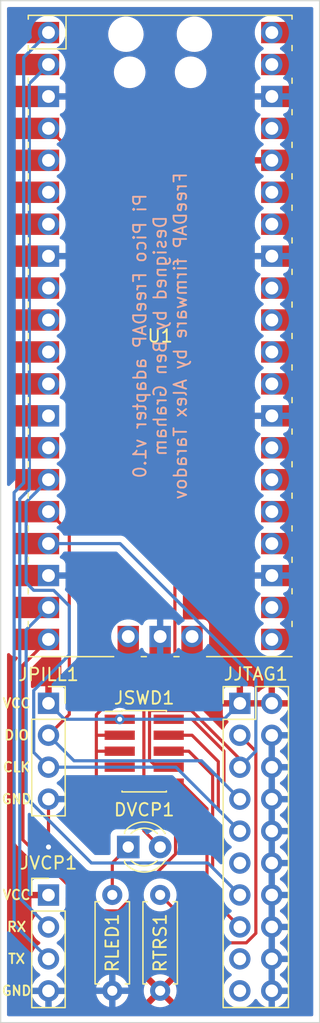
<source format=kicad_pcb>
(kicad_pcb (version 20211014) (generator pcbnew)
  (layers (0 "F.Cu" signal) (31 "B.Cu" signal) (34 "B.Paste" user) (35 "F.Paste" user) (36 "B.SilkS" user "B.Silkscreen") (37 "F.SilkS" user "F.Silkscreen") (38 "B.Mask" user) (39 "F.Mask" user) (44 "Edge.Cuts" user))
  (net 0 "")
  (net 27 "Net-(DVCP1-Pad1)")
  (net 28 "/VSTAT")
  (net 29 "+3V3")
  (net 30 "Net-(JJTAG1-Pad3)")
  (net 31 "GND")
  (net 32 "/TDI")
  (net 33 "/SWDIO{slash}TMS")
  (net 34 "/SWCLK{slash}TCLK")
  (net 36 "/TDO")
  (net 37 "/nRST")
  (net 41 "/VTX")
  (net 42 "/VRX")
  (footprint "Connector_PinSocket_2.54mm:PinSocket_1x04_P2.54mm_Vertical" (layer "F.Cu") (at 46.99 90.17)
    (fp_text reference "JPILL1" (at 0 -2.286) (layer "F.SilkS"))
    (fp_text value "Conn_01x04" hide)
    (fp_line (start 0 -1.33) (end 1.33 -1.33) (layer "F.SilkS") (width 0.12))
    (fp_line (start -1.33 1.27) (end -1.33 8.95) (layer "F.SilkS") (width 0.12))
    (fp_line (start 1.33 -1.33) (end 1.33 0) (layer "F.SilkS") (width 0.12))
    (fp_line (start 1.33 1.27) (end 1.33 8.95) (layer "F.SilkS") (width 0.12))
    (fp_line (start -1.33 8.95) (end 1.33 8.95) (layer "F.SilkS") (width 0.12))
    (fp_line (start -1.33 1.27) (end 1.33 1.27) (layer "F.SilkS") (width 0.12))
    (pad "1" thru_hole rect (at 0 0) (size 1.7 1.7) (drill 1) (layers *.Cu *.Mask) (net 29 "+3V3"))
    (pad "2" thru_hole oval (at 0 2.54) (size 1.7 1.7) (drill 1) (layers *.Cu *.Mask) (net 33 "/SWDIO{slash}TMS"))
    (pad "3" thru_hole oval (at 0 5.08) (size 1.7 1.7) (drill 1) (layers *.Cu *.Mask) (net 34 "/SWCLK{slash}TCLK"))
    (pad "4" thru_hole oval (at 0 7.62) (size 1.7 1.7) (drill 1) (layers *.Cu *.Mask) (net 31 "GND"))
  )
  (footprint "Connector_PinHeader_1.27mm:PinHeader_2x05_P1.27mm_Vertical_SMD" (layer "F.Cu") (at 54.61 93.98)
    (fp_text reference "JSWD1" (at 0 -4.235) (layer "F.SilkS"))
    (fp_text value "Conn_02x05_Odd_Even")
    (fp_line (start 1.765 3.17) (end 1.765 3.235) (layer "F.SilkS") (width 0.12))
    (fp_line (start 1.765 -3.235) (end 1.765 -3.17) (layer "F.SilkS") (width 0.12))
    (fp_line (start -3.09 -3.17) (end -1.765 -3.17) (layer "F.SilkS") (width 0.12))
    (fp_line (start -1.765 3.235) (end 1.765 3.235) (layer "F.SilkS") (width 0.12))
    (fp_line (start -1.765 -3.235) (end 1.765 -3.235) (layer "F.SilkS") (width 0.12))
    (fp_line (start -1.765 3.17) (end -1.765 3.235) (layer "F.SilkS") (width 0.12))
    (fp_line (start -1.765 -3.235) (end -1.765 -3.17) (layer "F.SilkS") (width 0.12))
    (pad "1" smd rect (at -1.95 -2.54) (size 2.4 0.74) (layers "F.Cu" "F.Paste" "F.Mask") (net 29 "+3V3"))
    (pad "2" smd rect (at 1.95 -2.54) (size 2.4 0.74) (layers "F.Cu" "F.Paste" "F.Mask") (net 33 "/SWDIO{slash}TMS"))
    (pad "3" smd rect (at -1.95 -1.27) (size 2.4 0.74) (layers "F.Cu" "F.Paste" "F.Mask") (net 31 "GND"))
    (pad "4" smd rect (at 1.95 -1.27) (size 2.4 0.74) (layers "F.Cu" "F.Paste" "F.Mask") (net 34 "/SWCLK{slash}TCLK"))
    (pad "5" smd rect (at -1.95 0) (size 2.4 0.74) (layers "F.Cu" "F.Paste" "F.Mask") (net 31 "GND"))
    (pad "6" smd rect (at 1.95 0) (size 2.4 0.74) (layers "F.Cu" "F.Paste" "F.Mask") (net 36 "/TDO"))
    (pad "7" smd rect (at -1.95 1.27) (size 2.4 0.74) (layers "F.Cu" "F.Paste" "F.Mask"))
    (pad "8" smd rect (at 1.95 1.27) (size 2.4 0.74) (layers "F.Cu" "F.Paste" "F.Mask") (net 32 "/TDI"))
    (pad "9" smd rect (at -1.95 2.54) (size 2.4 0.74) (layers "F.Cu" "F.Paste" "F.Mask") (net 31 "GND"))
    (pad "10" smd rect (at 1.95 2.54) (size 2.4 0.74) (layers "F.Cu" "F.Paste" "F.Mask") (net 37 "/nRST"))
  )
  (footprint "Connector_PinHeader_2.54mm:PinHeader_1x04_P2.54mm_Vertical" (layer "F.Cu") (at 46.99 105.42)
    (fp_text reference "JVCP1" (at 0 -2.55) (layer "F.SilkS"))
    (fp_text value "Conn_01x04" hide)
    (fp_line (start -1.33 -1.33) (end 0 -1.33) (layer "F.SilkS") (width 0.12))
    (fp_line (start 1.33 1.27) (end 1.33 8.95) (layer "F.SilkS") (width 0.12))
    (fp_line (start -1.33 0) (end -1.33 -1.33) (layer "F.SilkS") (width 0.12))
    (fp_line (start -1.33 8.95) (end 1.33 8.95) (layer "F.SilkS") (width 0.12))
    (fp_line (start -1.33 1.27) (end 1.33 1.27) (layer "F.SilkS") (width 0.12))
    (fp_line (start -1.33 1.27) (end -1.33 8.95) (layer "F.SilkS") (width 0.12))
    (pad "1" thru_hole rect (at 0 0) (size 1.7 1.7) (drill 1) (layers *.Cu *.Mask) (net 29 "+3V3"))
    (pad "2" thru_hole oval (at 0 2.54) (size 1.7 1.7) (drill 1) (layers *.Cu *.Mask) (net 42 "/VRX"))
    (pad "3" thru_hole oval (at 0 5.08) (size 1.7 1.7) (drill 1) (layers *.Cu *.Mask) (net 41 "/VTX"))
    (pad "4" thru_hole oval (at 0 7.62) (size 1.7 1.7) (drill 1) (layers *.Cu *.Mask) (net 31 "GND"))
  )
  (footprint "MCU_RaspberryPi_and_Boards:RPi_Pico_SMD_TH" (layer "F.Cu") (at 55.88 60.96)
    (fp_text reference "U1" (at 0 0) (layer "F.SilkS"))
    (fp_text value "Pico")
    (fp_line (start 10.5 -5.3) (end 10.5 -4.9) (layer "F.SilkS") (width 0.12))
    (fp_line (start 10.5 -0.2) (end 10.5 0.2) (layer "F.SilkS") (width 0.12))
    (fp_line (start -7.493 -22.833) (end -7.493 -25.5) (layer "F.SilkS") (width 0.12))
    (fp_line (start 10.5 12.5) (end 10.5 12.9) (layer "F.SilkS") (width 0.12))
    (fp_line (start -10.5 12.5) (end -10.5 12.9) (layer "F.SilkS") (width 0.12))
    (fp_line (start 10.5 15.1) (end 10.5 15.5) (layer "F.SilkS") (width 0.12))
    (fp_line (start -10.5 -5.3) (end -10.5 -4.9) (layer "F.SilkS") (width 0.12))
    (fp_line (start -10.5 -18) (end -10.5 -17.6) (layer "F.SilkS") (width 0.12))
    (fp_line (start 10.5 -7.8) (end 10.5 -7.4) (layer "F.SilkS") (width 0.12))
    (fp_line (start 10.5 -23.1) (end 10.5 -22.7) (layer "F.SilkS") (width 0.12))
    (fp_line (start -10.5 -2.7) (end -10.5 -2.3) (layer "F.SilkS") (width 0.12))
    (fp_line (start 10.5 7.4) (end 10.5 7.8) (layer "F.SilkS") (width 0.12))
    (fp_line (start 10.5 -2.7) (end 10.5 -2.3) (layer "F.SilkS") (width 0.12))
    (fp_line (start -10.5 -15.4) (end -10.5 -15) (layer "F.SilkS") (width 0.12))
    (fp_line (start 10.5 10) (end 10.5 10.4) (layer "F.SilkS") (width 0.12))
    (fp_line (start 10.5 -20.5) (end 10.5 -20.1) (layer "F.SilkS") (width 0.12))
    (fp_line (start 10.5 -18) (end 10.5 -17.6) (layer "F.SilkS") (width 0.12))
    (fp_line (start -10.5 -12.9) (end -10.5 -12.5) (layer "F.SilkS") (width 0.12))
    (fp_line (start -10.5 -0.2) (end -10.5 0.2) (layer "F.SilkS") (width 0.12))
    (fp_line (start 10.5 -15.4) (end 10.5 -15) (layer "F.SilkS") (width 0.12))
    (fp_line (start 10.5 -25.5) (end 10.5 -25.2) (layer "F.SilkS") (width 0.12))
    (fp_line (start 10.5 -10.4) (end 10.5 -10) (layer "F.SilkS") (width 0.12))
    (fp_line (start -10.5 -22.833) (end -7.493 -22.833) (layer "F.SilkS") (width 0.12))
    (fp_line (start -10.5 20.1) (end -10.5 20.5) (layer "F.SilkS") (width 0.12))
    (fp_line (start -10.5 2.3) (end -10.5 2.7) (layer "F.SilkS") (width 0.12))
    (fp_line (start -10.5 -25.5) (end 10.5 -25.5) (layer "F.SilkS") (width 0.12))
    (fp_line (start 10.5 -12.9) (end 10.5 -12.5) (layer "F.SilkS") (width 0.12))
    (fp_line (start -1.5 25.5) (end -1.1 25.5) (layer "F.SilkS") (width 0.12))
    (fp_line (start -10.5 -23.1) (end -10.5 -22.7) (layer "F.SilkS") (width 0.12))
    (fp_line (start 10.5 4.9) (end 10.5 5.3) (layer "F.SilkS") (width 0.12))
    (fp_line (start 10.5 17.6) (end 10.5 18) (layer "F.SilkS") (width 0.12))
    (fp_line (start -10.5 4.9) (end -10.5 5.3) (layer "F.SilkS") (width 0.12))
    (fp_line (start 10.5 20.1) (end 10.5 20.5) (layer "F.SilkS") (width 0.12))
    (fp_line (start -10.5 10) (end -10.5 10.4) (layer "F.SilkS") (width 0.12))
    (fp_line (start 10.5 25.5) (end 3.7 25.5) (layer "F.SilkS") (width 0.12))
    (fp_line (start -10.5 17.6) (end -10.5 18) (layer "F.SilkS") (width 0.12))
    (fp_line (start -10.5 -7.8) (end -10.5 -7.4) (layer "F.SilkS") (width 0.12))
    (fp_line (start -3.7 25.5) (end -10.5 25.5) (layer "F.SilkS") (width 0.12))
    (fp_line (start -10.5 -10.4) (end -10.5 -10) (layer "F.SilkS") (width 0.12))
    (fp_line (start -10.5 15.1) (end -10.5 15.5) (layer "F.SilkS") (width 0.12))
    (fp_line (start 1.1 25.5) (end 1.5 25.5) (layer "F.SilkS") (width 0.12))
    (fp_line (start -10.5 7.4) (end -10.5 7.8) (layer "F.SilkS") (width 0.12))
    (fp_line (start -10.5 -25.5) (end -10.5 -25.2) (layer "F.SilkS") (width 0.12))
    (fp_line (start -10.5 -20.5) (end -10.5 -20.1) (layer "F.SilkS") (width 0.12))
    (fp_line (start 10.5 22.7) (end 10.5 23.1) (layer "F.SilkS") (width 0.12))
    (fp_line (start 10.5 2.3) (end 10.5 2.7) (layer "F.SilkS") (width 0.12))
    (fp_line (start -10.5 22.7) (end -10.5 23.1) (layer "F.SilkS") (width 0.12))
    (pad "" np_thru_hole oval (at -2.425 -20.97) (size 1.5 1.5) (drill 1.5) (layers *.Cu *.Mask))
    (pad "" np_thru_hole oval (at 2.425 -20.97) (size 1.5 1.5) (drill 1.5) (layers *.Cu *.Mask))
    (pad "" np_thru_hole oval (at -2.725 -24) (size 1.8 1.8) (drill 1.8) (layers *.Cu *.Mask))
    (pad "" np_thru_hole oval (at 2.725 -24) (size 1.8 1.8) (drill 1.8) (layers *.Cu *.Mask))
    (pad "1" smd rect (at -8.89 -24.13) (size 3.5 1.7) (drill (offset -0.9 0)) (layers "F.Cu" "F.Mask") (net 41 "/VTX"))
    (pad "1" thru_hole oval (at -8.89 -24.13) (size 1.7 1.7) (drill 1.02) (layers *.Cu *.Mask) (net 41 "/VTX"))
    (pad "2" thru_hole oval (at -8.89 -21.59) (size 1.7 1.7) (drill 1.02) (layers *.Cu *.Mask) (net 42 "/VRX"))
    (pad "2" smd rect (at -8.89 -21.59) (size 3.5 1.7) (drill (offset -0.9 0)) (layers "F.Cu" "F.Mask") (net 42 "/VRX"))
    (pad "3" thru_hole rect (at -8.89 -19.05) (size 1.7 1.7) (drill 1.02) (layers *.Cu *.Mask) (net 31 "GND"))
    (pad "3" smd rect (at -8.89 -19.05) (size 3.5 1.7) (drill (offset -0.9 0)) (layers "F.Cu" "F.Mask") (net 31 "GND"))
    (pad "4" thru_hole oval (at -8.89 -16.51) (size 1.7 1.7) (drill 1.02) (layers *.Cu *.Mask) (net 28 "/VSTAT"))
    (pad "4" smd rect (at -8.89 -16.51) (size 3.5 1.7) (drill (offset -0.9 0)) (layers "F.Cu" "F.Mask") (net 28 "/VSTAT"))
    (pad "5" thru_hole oval (at -8.89 -13.97) (size 1.7 1.7) (drill 1.02) (layers *.Cu *.Mask))
    (pad "5" smd rect (at -8.89 -13.97) (size 3.5 1.7) (drill (offset -0.9 0)) (layers "F.Cu" "F.Mask"))
    (pad "6" smd rect (at -8.89 -11.43) (size 3.5 1.7) (drill (offset -0.9 0)) (layers "F.Cu" "F.Mask"))
    (pad "6" thru_hole oval (at -8.89 -11.43) (size 1.7 1.7) (drill 1.02) (layers *.Cu *.Mask))
    (pad "7" thru_hole oval (at -8.89 -8.89) (size 1.7 1.7) (drill 1.02) (layers *.Cu *.Mask))
    (pad "7" smd rect (at -8.89 -8.89) (size 3.5 1.7) (drill (offset -0.9 0)) (layers "F.Cu" "F.Mask"))
    (pad "8" thru_hole rect (at -8.89 -6.35) (size 1.7 1.7) (drill 1.02) (layers *.Cu *.Mask) (net 31 "GND"))
    (pad "8" smd rect (at -8.89 -6.35) (size 3.5 1.7) (drill (offset -0.9 0)) (layers "F.Cu" "F.Mask") (net 31 "GND"))
    (pad "9" thru_hole oval (at -8.89 -3.81) (size 1.7 1.7) (drill 1.02) (layers *.Cu *.Mask))
    (pad "9" smd rect (at -8.89 -3.81) (size 3.5 1.7) (drill (offset -0.9 0)) (layers "F.Cu" "F.Mask"))
    (pad "10" smd rect (at -8.89 -1.27) (size 3.5 1.7) (drill (offset -0.9 0)) (layers "F.Cu" "F.Mask"))
    (pad "10" thru_hole oval (at -8.89 -1.27) (size 1.7 1.7) (drill 1.02) (layers *.Cu *.Mask))
    (pad "11" thru_hole oval (at -8.89 1.27) (size 1.7 1.7) (drill 1.02) (layers *.Cu *.Mask))
    (pad "11" smd rect (at -8.89 1.27) (size 3.5 1.7) (drill (offset -0.9 0)) (layers "F.Cu" "F.Mask"))
    (pad "12" thru_hole oval (at -8.89 3.81) (size 1.7 1.7) (drill 1.02) (layers *.Cu *.Mask))
    (pad "12" smd rect (at -8.89 3.81) (size 3.5 1.7) (drill (offset -0.9 0)) (layers "F.Cu" "F.Mask"))
    (pad "13" smd rect (at -8.89 6.35) (size 3.5 1.7) (drill (offset -0.9 0)) (layers "F.Cu" "F.Mask"))
    (pad "13" thru_hole rect (at -8.89 6.35) (size 1.7 1.7) (drill 1.02) (layers *.Cu *.Mask))
    (pad "14" thru_hole oval (at -8.89 8.89) (size 1.7 1.7) (drill 1.02) (layers *.Cu *.Mask))
    (pad "14" smd rect (at -8.89 8.89) (size 3.5 1.7) (drill (offset -0.9 0)) (layers "F.Cu" "F.Mask"))
    (pad "15" thru_hole oval (at -8.89 11.43) (size 1.7 1.7) (drill 1.02) (layers *.Cu *.Mask) (net 34 "/SWCLK{slash}TCLK"))
    (pad "15" smd rect (at -8.89 11.43) (size 3.5 1.7) (drill (offset -0.9 0)) (layers "F.Cu" "F.Mask") (net 34 "/SWCLK{slash}TCLK"))
    (pad "16" thru_hole oval (at -8.89 13.97) (size 1.7 1.7) (drill 1.02) (layers *.Cu *.Mask) (net 33 "/SWDIO{slash}TMS"))
    (pad "16" smd rect (at -8.89 13.97) (size 3.5 1.7) (drill (offset -0.9 0)) (layers "F.Cu" "F.Mask") (net 33 "/SWDIO{slash}TMS"))
    (pad "17" thru_hole oval (at -8.89 16.51) (size 1.7 1.7) (drill 1.02) (layers *.Cu *.Mask) (net 32 "/TDI"))
    (pad "17" smd rect (at -8.89 16.51) (size 3.5 1.7) (drill (offset -0.9 0)) (layers "F.Cu" "F.Mask") (net 32 "/TDI"))
    (pad "18" smd rect (at -8.89 19.05) (size 3.5 1.7) (drill (offset -0.9 0)) (layers "F.Cu" "F.Mask") (net 31 "GND"))
    (pad "18" thru_hole rect (at -8.89 19.05) (size 1.7 1.7) (drill 1.02) (layers *.Cu *.Mask) (net 31 "GND"))
    (pad "19" thru_hole oval (at -8.89 21.59) (size 1.7 1.7) (drill 1.02) (layers *.Cu *.Mask) (net 36 "/TDO"))
    (pad "19" smd rect (at -8.89 21.59) (size 3.5 1.7) (drill (offset -0.9 0)) (layers "F.Cu" "F.Mask") (net 36 "/TDO"))
    (pad "20" thru_hole oval (at -8.89 24.13) (size 1.7 1.7) (drill 1.02) (layers *.Cu *.Mask) (net 37 "/nRST"))
    (pad "20" smd rect (at -8.89 24.13) (size 3.5 1.7) (drill (offset -0.9 0)) (layers "F.Cu" "F.Mask") (net 37 "/nRST"))
    (pad "21" thru_hole oval (at 8.89 24.13) (size 1.7 1.7) (drill 1.02) (layers *.Cu *.Mask))
    (pad "21" smd rect (at 8.89 24.13) (size 3.5 1.7) (drill (offset 0.9 0)) (layers "F.Cu" "F.Mask"))
    (pad "22" thru_hole oval (at 8.89 21.59) (size 1.7 1.7) (drill 1.02) (layers *.Cu *.Mask))
    (pad "22" smd rect (at 8.89 21.59) (size 3.5 1.7) (drill (offset 0.9 0)) (layers "F.Cu" "F.Mask"))
    (pad "23" smd rect (at 8.89 19.05) (size 3.5 1.7) (drill (offset 0.9 0)) (layers "F.Cu" "F.Mask") (net 31 "GND"))
    (pad "23" thru_hole rect (at 8.89 19.05) (size 1.7 1.7) (drill 1.02) (layers *.Cu *.Mask) (net 31 "GND"))
    (pad "24" smd rect (at 8.89 16.51) (size 3.5 1.7) (drill (offset 0.9 0)) (layers "F.Cu" "F.Mask"))
    (pad "24" thru_hole oval (at 8.89 16.51) (size 1.7 1.7) (drill 1.02) (layers *.Cu *.Mask))
    (pad "25" smd rect (at 8.89 13.97) (size 3.5 1.7) (drill (offset 0.9 0)) (layers "F.Cu" "F.Mask"))
    (pad "25" thru_hole oval (at 8.89 13.97) (size 1.7 1.7) (drill 1.02) (layers *.Cu *.Mask))
    (pad "26" thru_hole oval (at 8.89 11.43) (size 1.7 1.7) (drill 1.02) (layers *.Cu *.Mask))
    (pad "26" smd rect (at 8.89 11.43) (size 3.5 1.7) (drill (offset 0.9 0)) (layers "F.Cu" "F.Mask"))
    (pad "27" thru_hole oval (at 8.89 8.89) (size 1.7 1.7) (drill 1.02) (layers *.Cu *.Mask))
    (pad "27" smd rect (at 8.89 8.89) (size 3.5 1.7) (drill (offset 0.9 0)) (layers "F.Cu" "F.Mask"))
    (pad "28" smd rect (at 8.89 6.35) (size 3.5 1.7) (drill (offset 0.9 0)) (layers "F.Cu" "F.Mask") (net 31 "GND"))
    (pad "28" thru_hole rect (at 8.89 6.35) (size 1.7 1.7) (drill 1.02) (layers *.Cu *.Mask) (net 31 "GND"))
    (pad "29" thru_hole oval (at 8.89 3.81) (size 1.7 1.7) (drill 1.02) (layers *.Cu *.Mask))
    (pad "29" smd rect (at 8.89 3.81) (size 3.5 1.7) (drill (offset 0.9 0)) (layers "F.Cu" "F.Mask"))
    (pad "30" smd rect (at 8.89 1.27) (size 3.5 1.7) (drill (offset 0.9 0)) (layers "F.Cu" "F.Mask"))
    (pad "30" thru_hole oval (at 8.89 1.27) (size 1.7 1.7) (drill 1.02) (layers *.Cu *.Mask))
    (pad "31" thru_hole oval (at 8.89 -1.27) (size 1.7 1.7) (drill 1.02) (layers *.Cu *.Mask))
    (pad "31" smd rect (at 8.89 -1.27) (size 3.5 1.7) (drill (offset 0.9 0)) (layers "F.Cu" "F.Mask"))
    (pad "32" thru_hole oval (at 8.89 -3.81) (size 1.7 1.7) (drill 1.02) (layers *.Cu *.Mask))
    (pad "32" smd rect (at 8.89 -3.81) (size 3.5 1.7) (drill (offset 0.9 0)) (layers "F.Cu" "F.Mask"))
    (pad "33" thru_hole rect (at 8.89 -6.35) (size 1.7 1.7) (drill 1.02) (layers *.Cu *.Mask) (net 31 "GND"))
    (pad "33" smd rect (at 8.89 -6.35) (size 3.5 1.7) (drill (offset 0.9 0)) (layers "F.Cu" "F.Mask") (net 31 "GND"))
    (pad "34" smd rect (at 8.89 -8.89) (size 3.5 1.7) (drill (offset 0.9 0)) (layers "F.Cu" "F.Mask"))
    (pad "34" thru_hole oval (at 8.89 -8.89) (size 1.7 1.7) (drill 1.02) (layers *.Cu *.Mask))
    (pad "35" smd rect (at 8.89 -11.43) (size 3.5 1.7) (drill (offset 0.9 0)) (layers "F.Cu" "F.Mask"))
    (pad "35" thru_hole oval (at 8.89 -11.43) (size 1.7 1.7) (drill 1.02) (layers *.Cu *.Mask))
    (pad "36" thru_hole oval (at 8.89 -13.97) (size 1.7 1.7) (drill 1.02) (layers *.Cu *.Mask) (net 29 "+3V3"))
    (pad "36" smd rect (at 8.89 -13.97) (size 3.5 1.7) (drill (offset 0.9 0)) (layers "F.Cu" "F.Mask") (net 29 "+3V3"))
    (pad "37" smd rect (at 8.89 -16.51) (size 3.5 1.7) (drill (offset 0.9 0)) (layers "F.Cu" "F.Mask"))
    (pad "37" thru_hole oval (at 8.89 -16.51) (size 1.7 1.7) (drill 1.02) (layers *.Cu *.Mask))
    (pad "38" thru_hole rect (at 8.89 -19.05) (size 1.7 1.7) (drill 1.02) (layers *.Cu *.Mask) (net 31 "GND"))
    (pad "38" smd rect (at 8.89 -19.05) (size 3.5 1.7) (drill (offset 0.9 0)) (layers "F.Cu" "F.Mask") (net 31 "GND"))
    (pad "39" thru_hole oval (at 8.89 -21.59) (size 1.7 1.7) (drill 1.02) (layers *.Cu *.Mask))
    (pad "39" smd rect (at 8.89 -21.59) (size 3.5 1.7) (drill (offset 0.9 0)) (layers "F.Cu" "F.Mask"))
    (pad "40" thru_hole oval (at 8.89 -24.13) (size 1.7 1.7) (drill 1.02) (layers *.Cu *.Mask))
    (pad "40" smd rect (at 8.89 -24.13) (size 3.5 1.7) (drill (offset 0.9 0)) (layers "F.Cu" "F.Mask"))
    (pad "41" thru_hole oval (at -2.54 23.9) (size 1.7 1.7) (drill 1.02) (layers *.Cu *.Mask))
    (pad "41" smd rect (at -2.54 23.9 90) (size 3.5 1.7) (drill (offset -0.9 0)) (layers "F.Cu" "F.Mask"))
    (pad "42" thru_hole rect (at 0 23.9) (size 1.7 1.7) (drill 1.02) (layers *.Cu *.Mask) (net 31 "GND"))
    (pad "42" smd rect (at 0 23.9 90) (size 3.5 1.7) (drill (offset -0.9 0)) (layers "F.Cu" "F.Mask") (net 31 "GND"))
    (pad "43" smd rect (at 2.54 23.9 90) (size 3.5 1.7) (drill (offset -0.9 0)) (layers "F.Cu" "F.Mask"))
    (pad "43" thru_hole oval (at 2.54 23.9) (size 1.7 1.7) (drill 1.02) (layers *.Cu *.Mask))
  )
  (footprint "Connector_PinHeader_2.54mm:PinHeader_2x10_P2.54mm_Vertical" (layer "F.Cu") (at 62.225 90.175)
    (fp_text reference "JJTAG1" (at 1.27 -2.33) (layer "F.SilkS"))
    (fp_text value "Conn_02x10_Odd_Even" hide)
    (fp_line (start 1.27 1.27) (end 1.27 -1.33) (layer "F.SilkS") (width 0.12))
    (fp_line (start 3.87 -1.33) (end 3.87 24.19) (layer "F.SilkS") (width 0.12))
    (fp_line (start -1.33 1.27) (end 1.27 1.27) (layer "F.SilkS") (width 0.12))
    (fp_line (start -1.33 1.27) (end -1.33 24.19) (layer "F.SilkS") (width 0.12))
    (fp_line (start -1.33 -1.33) (end 0 -1.33) (layer "F.SilkS") (width 0.12))
    (fp_line (start 1.27 -1.33) (end 3.87 -1.33) (layer "F.SilkS") (width 0.12))
    (fp_line (start -1.33 0) (end -1.33 -1.33) (layer "F.SilkS") (width 0.12))
    (fp_line (start -1.33 24.19) (end 3.87 24.19) (layer "F.SilkS") (width 0.12))
    (pad "1" thru_hole rect (at 0 0) (size 1.7 1.7) (drill 1) (layers *.Cu *.Mask) (net 29 "+3V3"))
    (pad "2" thru_hole oval (at 2.54 0) (size 1.7 1.7) (drill 1) (layers *.Cu *.Mask) (net 29 "+3V3"))
    (pad "3" thru_hole oval (at 0 2.54) (size 1.7 1.7) (drill 1) (layers *.Cu *.Mask) (net 30 "Net-(JJTAG1-Pad3)"))
    (pad "4" thru_hole oval (at 2.54 2.54) (size 1.7 1.7) (drill 1) (layers *.Cu *.Mask) (net 31 "GND"))
    (pad "5" thru_hole oval (at 0 5.08) (size 1.7 1.7) (drill 1) (layers *.Cu *.Mask) (net 32 "/TDI"))
    (pad "6" thru_hole oval (at 2.54 5.08) (size 1.7 1.7) (drill 1) (layers *.Cu *.Mask) (net 31 "GND"))
    (pad "7" thru_hole oval (at 0 7.62) (size 1.7 1.7) (drill 1) (layers *.Cu *.Mask) (net 33 "/SWDIO{slash}TMS"))
    (pad "8" thru_hole oval (at 2.54 7.62) (size 1.7 1.7) (drill 1) (layers *.Cu *.Mask) (net 31 "GND"))
    (pad "9" thru_hole oval (at 0 10.16) (size 1.7 1.7) (drill 1) (layers *.Cu *.Mask) (net 34 "/SWCLK{slash}TCLK"))
    (pad "10" thru_hole oval (at 2.54 10.16) (size 1.7 1.7) (drill 1) (layers *.Cu *.Mask) (net 31 "GND"))
    (pad "11" thru_hole oval (at 0 12.7) (size 1.7 1.7) (drill 1) (layers *.Cu *.Mask))
    (pad "12" thru_hole oval (at 2.54 12.7) (size 1.7 1.7) (drill 1) (layers *.Cu *.Mask) (net 31 "GND"))
    (pad "13" thru_hole oval (at 0 15.24) (size 1.7 1.7) (drill 1) (layers *.Cu *.Mask) (net 36 "/TDO"))
    (pad "14" thru_hole oval (at 2.54 15.24) (size 1.7 1.7) (drill 1) (layers *.Cu *.Mask) (net 31 "GND"))
    (pad "15" thru_hole oval (at 0 17.78) (size 1.7 1.7) (drill 1) (layers *.Cu *.Mask) (net 37 "/nRST"))
    (pad "16" thru_hole oval (at 2.54 17.78) (size 1.7 1.7) (drill 1) (layers *.Cu *.Mask) (net 31 "GND"))
    (pad "17" thru_hole oval (at 0 20.32) (size 1.7 1.7) (drill 1) (layers *.Cu *.Mask))
    (pad "18" thru_hole oval (at 2.54 20.32) (size 1.7 1.7) (drill 1) (layers *.Cu *.Mask) (net 31 "GND"))
    (pad "19" thru_hole oval (at 0 22.86) (size 1.7 1.7) (drill 1) (layers *.Cu *.Mask))
    (pad "20" thru_hole oval (at 2.54 22.86) (size 1.7 1.7) (drill 1) (layers *.Cu *.Mask) (net 31 "GND"))
  )
  (footprint "Resistor_THT:R_Axial_DIN0207_L6.3mm_D2.5mm_P7.62mm_Horizontal" (layer "F.Cu") (at 52.07 105.41 -90)
    (fp_text reference "RLED1" (at 3.81 0 90) (layer "F.SilkS"))
    (fp_text value "220")
    (fp_line (start 0.54 -1.37) (end 7.08 -1.37) (layer "F.SilkS") (width 0.12))
    (fp_line (start 0.54 -1.04) (end 0.54 -1.37) (layer "F.SilkS") (width 0.12))
    (fp_line (start 7.08 -1.37) (end 7.08 -1.04) (layer "F.SilkS") (width 0.12))
    (fp_line (start 0.54 1.04) (end 0.54 1.37) (layer "F.SilkS") (width 0.12))
    (fp_line (start 7.08 1.37) (end 7.08 1.04) (layer "F.SilkS") (width 0.12))
    (fp_line (start 0.54 1.37) (end 7.08 1.37) (layer "F.SilkS") (width 0.12))
    (pad "1" thru_hole circle (at 0 0 270) (size 1.6 1.6) (drill 0.8) (layers *.Cu *.Mask) (net 27 "Net-(DVCP1-Pad1)"))
    (pad "2" thru_hole oval (at 7.62 0 270) (size 1.6 1.6) (drill 0.8) (layers *.Cu *.Mask) (net 31 "GND"))
  )
  (footprint "LED_THT:LED_D3.0mm" (layer "F.Cu") (at 53.34 101.6)
    (fp_text reference "DVCP1" (at 1.27 -2.96) (layer "F.SilkS"))
    (fp_text value "LED")
    (fp_line (start -0.29 -1.236) (end -0.29 -1.08) (layer "F.SilkS") (width 0.12))
    (fp_line (start -0.29 1.08) (end -0.29 1.236) (layer "F.SilkS") (width 0.12))
    (fp_arc (start 0.229039 -1.08) (mid 1.270117 -1.5) (end 2.31113 -1.079837) (layer "F.SilkS") (width 0.12))
    (fp_arc (start 2.31113 1.079837) (mid 1.270117 1.5) (end 0.229039 1.08) (layer "F.SilkS") (width 0.12))
    (fp_arc (start 2.942335 1.078608) (mid 1.366487 1.987659) (end -0.29 1.235516) (layer "F.SilkS") (width 0.12))
    (fp_arc (start -0.29 -1.235516) (mid 1.366487 -1.987659) (end 2.942335 -1.078608) (layer "F.SilkS") (width 0.12))
    (pad "1" thru_hole rect (at 0 0) (size 1.8 1.8) (drill 0.9) (layers *.Cu *.Mask) (net 27 "Net-(DVCP1-Pad1)"))
    (pad "2" thru_hole circle (at 2.54 0) (size 1.8 1.8) (drill 0.9) (layers *.Cu *.Mask) (net 28 "/VSTAT"))
  )
  (footprint "Resistor_THT:R_Axial_DIN0207_L6.3mm_D2.5mm_P7.62mm_Horizontal" (layer "F.Cu") (at 55.88 113.03 90)
    (fp_text reference "RTRS1" (at 3.81 0 90) (layer "F.SilkS"))
    (fp_text value "10k")
    (fp_line (start 0.54 -1.04) (end 0.54 -1.37) (layer "F.SilkS") (width 0.12))
    (fp_line (start 7.08 -1.37) (end 7.08 -1.04) (layer "F.SilkS") (width 0.12))
    (fp_line (start 0.54 -1.37) (end 7.08 -1.37) (layer "F.SilkS") (width 0.12))
    (fp_line (start 0.54 1.37) (end 7.08 1.37) (layer "F.SilkS") (width 0.12))
    (fp_line (start 7.08 1.37) (end 7.08 1.04) (layer "F.SilkS") (width 0.12))
    (fp_line (start 0.54 1.04) (end 0.54 1.37) (layer "F.SilkS") (width 0.12))
    (pad "1" thru_hole circle (at 0 0 90) (size 1.6 1.6) (drill 0.8) (layers *.Cu *.Mask) (net 29 "+3V3"))
    (pad "2" thru_hole oval (at 7.62 0 90) (size 1.6 1.6) (drill 0.8) (layers *.Cu *.Mask) (net 30 "Net-(JJTAG1-Pad3)"))
  )
  (gr_line (start 43.18 115.57) (end 43.18 34.29) (layer "Edge.Cuts") (width 0.1))
  (gr_line (start 68.58 115.57) (end 43.18 115.57) (layer "Edge.Cuts") (width 0.1))
  (gr_line (start 43.18 34.29) (end 68.58 34.29) (layer "Edge.Cuts") (width 0.1))
  (gr_line (start 68.58 34.29) (end 68.58 115.57) (layer "Edge.Cuts") (width 0.1))
  (gr_text "Pi Pico FreeDAP adapter v1.0\nDesigned by Ben Graham\nFreeDAP firmware by Alex Taradov" (at 55.88 60.96 90) (layer "B.SilkS") (effects (font (size 1 1)) (justify mirror)))
  (gr_text "RX" (at 44.45 107.95) (layer "F.SilkS") (effects (font (size 0.762 0.762) (thickness 0.1524))))
  (gr_text "VCC" (at 44.45 90.17) (layer "F.SilkS") (effects (font (size 0.762 0.762) (thickness 0.1524))))
  (gr_text "VCC" (at 44.45 105.41) (layer "F.SilkS") (effects (font (size 0.762 0.762) (thickness 0.1524))))
  (gr_text "TX" (at 44.45 110.49) (layer "F.SilkS") (effects (font (size 0.762 0.762) (thickness 0.1524))))
  (gr_text "CLK" (at 44.45 95.25) (layer "F.SilkS") (effects (font (size 0.762 0.762) (thickness 0.1524))))
  (gr_text "GND\n" (at 44.45 113.03) (layer "F.SilkS") (effects (font (size 0.762 0.762) (thickness 0.1524))))
  (gr_text "GND\n" (at 44.45 97.79) (layer "F.SilkS") (effects (font (size 0.762 0.762) (thickness 0.1524))))
  (gr_text "DIO" (at 44.45 92.71) (layer "F.SilkS") (effects (font (size 0.762 0.762) (thickness 0.1524))))
  (segment (start 53.34 101.6) (end 52.07 102.87) (width 0.25) (layer "F.Cu") (net 27))
  (segment (start 52.07 102.87) (end 52.07 105.41) (width 0.25) (layer "F.Cu") (net 27))
  (segment (start 55.88 101.6) (end 54.585 100.305) (width 0.25) (layer "F.Cu") (net 28))
  (segment (start 54.585 100.305) (end 54.585 90.558604) (width 0.25) (layer "F.Cu") (net 28))
  (segment (start 54.585 90.558604) (end 57.055 88.088604) (width 0.25) (layer "F.Cu") (net 28))
  (segment (start 57.055 88.088604) (end 57.055 54.515) (width 0.25) (layer "F.Cu") (net 28))
  (segment (start 57.055 54.515) (end 46.99 44.45) (width 0.25) (layer "F.Cu") (net 28))
  (via (at 52.66 91.44) (size 0.8) (drill 0.4) (layers "F.Cu" "B.Cu") (net 29))
  (segment (start 62.225 90.175) (end 60.96 91.44) (width 0.25) (layer "B.Cu") (net 29))
  (segment (start 52.66 91.44) (end 48.26 91.44) (width 0.25) (layer "B.Cu") (net 29))
  (segment (start 48.26 91.44) (end 46.99 90.17) (width 0.25) (layer "B.Cu") (net 29))
  (segment (start 60.96 91.44) (end 52.66 91.44) (width 0.25) (layer "B.Cu") (net 29))
  (segment (start 59.69 109.22) (end 62.738 109.22) (width 0.25) (layer "F.Cu") (net 30))
  (segment (start 55.88 105.41) (end 59.69 109.22) (width 0.25) (layer "F.Cu") (net 30))
  (segment (start 63.5 93.99) (end 63.5 108.458) (width 0.25) (layer "F.Cu") (net 30))
  (segment (start 63.5 108.458) (end 62.738 109.22) (width 0.25) (layer "F.Cu") (net 30))
  (segment (start 63.5 93.99) (end 62.225 92.715) (width 0.25) (layer "F.Cu") (net 30))
  (segment (start 52.66 93.98) (end 50.8 93.98) (width 0.25) (layer "F.Cu") (net 31))
  (segment (start 54.346604 90.160604) (end 51.719396 90.160604) (width 0.25) (layer "F.Cu") (net 31))
  (segment (start 50.8 91.08) (end 50.8 92.71) (width 0.25) (layer "F.Cu") (net 31))
  (segment (start 52.66 96.52) (end 50.8 96.52) (width 0.25) (layer "F.Cu") (net 31))
  (segment (start 55.88 88.627208) (end 54.346604 90.160604) (width 0.25) (layer "F.Cu") (net 31))
  (segment (start 50.8 96.52) (end 49.53 97.79) (width 0.25) (layer "F.Cu") (net 31))
  (segment (start 52.66 92.71) (end 50.8 92.71) (width 0.25) (layer "F.Cu") (net 31))
  (segment (start 55.88 84.86) (end 55.88 88.627208) (width 0.25) (layer "F.Cu") (net 31))
  (segment (start 50.8 93.98) (end 50.8 96.52) (width 0.25) (layer "F.Cu") (net 31))
  (segment (start 51.719396 90.160604) (end 50.8 91.08) (width 0.25) (layer "F.Cu") (net 31))
  (segment (start 50.8 92.71) (end 50.8 93.98) (width 0.25) (layer "F.Cu") (net 31))
  (segment (start 49.53 97.79) (end 46.99 97.79) (width 0.25) (layer "F.Cu") (net 31))
  (segment (start 46.99 101.854) (end 46.99 97.79) (width 0.25) (layer "F.Cu") (net 31))
  (via (at 46.99 101.6) (size 0.8) (drill 0.4) (layers "F.Cu" "B.Cu") (net 31))
  (segment (start 55.035 90.745) (end 58.361396 90.745) (width 0.25) (layer "F.Cu") (net 32))
  (segment (start 62.225 94.608604) (end 62.225 95.255) (width 0.25) (layer "F.Cu") (net 32))
  (segment (start 55.61 95.25) (end 55.035 94.675) (width 0.25) (layer "F.Cu") (net 32))
  (segment (start 55.035 94.675) (end 55.035 90.745) (width 0.25) (layer "F.Cu") (net 32))
  (segment (start 58.361396 90.745) (end 62.225 94.608604) (width 0.25) (layer "F.Cu") (net 32))
  (segment (start 56.56 95.25) (end 55.61 95.25) (width 0.25) (layer "F.Cu") (net 32))
  (segment (start 63.499278 88.277577) (end 52.691701 77.47) (width 0.25) (layer "B.Cu") (net 32))
  (segment (start 62.225 95.255) (end 63.499278 93.980722) (width 0.25) (layer "B.Cu") (net 32))
  (segment (start 52.691701 77.47) (end 46.99 77.47) (width 0.25) (layer "B.Cu") (net 32))
  (segment (start 63.499278 93.980722) (end 63.499278 88.277577) (width 0.25) (layer "B.Cu") (net 32))
  (segment (start 48.644728 76.584728) (end 48.644728 91.055272) (width 0.25) (layer "F.Cu") (net 33))
  (segment (start 60.96 93.98) (end 58.42 91.44) (width 0.25) (layer "F.Cu") (net 33))
  (segment (start 62.225 97.795) (end 60.96 96.53) (width 0.25) (layer "F.Cu") (net 33))
  (segment (start 46.99 74.93) (end 48.644728 76.584728) (width 0.25) (layer "F.Cu") (net 33))
  (segment (start 48.644728 91.055272) (end 46.99 92.71) (width 0.25) (layer "F.Cu") (net 33))
  (segment (start 60.96 96.53) (end 60.96 93.98) (width 0.25) (layer "F.Cu") (net 33))
  (segment (start 58.42 91.44) (end 56.56 91.44) (width 0.25) (layer "F.Cu") (net 33))
  (segment (start 46.99 92.71) (end 49.022 94.742) (width 0.25) (layer "B.Cu") (net 33))
  (segment (start 59.172 94.742) (end 62.225 97.795) (width 0.25) (layer "B.Cu") (net 33))
  (segment (start 49.022 94.742) (end 59.172 94.742) (width 0.25) (layer "B.Cu") (net 33))
  (segment (start 60.51 94.8) (end 60.51 98.62) (width 0.25) (layer "F.Cu") (net 34))
  (segment (start 56.56 92.71) (end 58.42 92.71) (width 0.25) (layer "F.Cu") (net 34))
  (segment (start 60.51 98.62) (end 62.225 100.335) (width 0.25) (layer "F.Cu") (net 34))
  (segment (start 58.42 92.71) (end 60.51 94.8) (width 0.25) (layer "F.Cu") (net 34))
  (segment (start 48.644728 82.426728) (end 47.403 81.185) (width 0.25) (layer "B.Cu") (net 34))
  (segment (start 45.212 74.168) (end 46.99 72.39) (width 0.25) (layer "B.Cu") (net 34))
  (segment (start 45.212 80.582) (end 45.212 74.168) (width 0.25) (layer "B.Cu") (net 34))
  (segment (start 45.815 81.185) (end 45.212 80.582) (width 0.25) (layer "B.Cu") (net 34))
  (segment (start 45.815 89.154) (end 48.644728 86.324272) (width 0.25) (layer "B.Cu") (net 34))
  (segment (start 46.99 95.25) (end 57.14 95.25) (width 0.25) (layer "B.Cu") (net 34))
  (segment (start 48.644728 86.324272) (end 48.644728 82.426728) (width 0.25) (layer "B.Cu") (net 34))
  (segment (start 45.815 94.075) (end 45.815 89.154) (width 0.25) (layer "B.Cu") (net 34))
  (segment (start 47.403 81.185) (end 45.815 81.185) (width 0.25) (layer "B.Cu") (net 34))
  (segment (start 57.14 95.25) (end 62.225 100.335) (width 0.25) (layer "B.Cu") (net 34))
  (segment (start 46.99 95.25) (end 45.815 94.075) (width 0.25) (layer "B.Cu") (net 34))
  (segment (start 58.166 93.98) (end 56.56 93.98) (width 0.25) (layer "F.Cu") (net 36))
  (segment (start 60.06 95.874) (end 58.166 93.98) (width 0.25) (layer "F.Cu") (net 36))
  (segment (start 62.225 105.415) (end 60.06 103.25) (width 0.25) (layer "F.Cu") (net 36))
  (segment (start 60.06 103.25) (end 60.06 95.874) (width 0.25) (layer "F.Cu") (net 36))
  (segment (start 50.408299 102.87) (end 45.212 97.673701) (width 0.25) (layer "B.Cu") (net 36))
  (segment (start 45.212 84.328) (end 46.99 82.55) (width 0.25) (layer "B.Cu") (net 36))
  (segment (start 59.68 102.87) (end 50.408299 102.87) (width 0.25) (layer "B.Cu") (net 36))
  (segment (start 62.225 105.415) (end 59.68 102.87) (width 0.25) (layer "B.Cu") (net 36))
  (segment (start 45.212 97.673701) (end 45.212 84.328) (width 0.25) (layer "B.Cu") (net 36))
  (segment (start 52.578 106.68) (end 50.6 106.68) (width 0.25) (layer "F.Cu") (net 37))
  (segment (start 59.61 98.552) (end 57.578 96.52) (width 0.25) (layer "F.Cu") (net 37))
  (segment (start 62.225 107.955) (end 59.61 105.34) (width 0.25) (layer "F.Cu") (net 37))
  (segment (start 57.578 96.52) (end 56.56 96.52) (width 0.25) (layer "F.Cu") (net 37))
  (segment (start 57.105 102.153) (end 52.578 106.68) (width 0.25) (layer "F.Cu") (net 37))
  (segment (start 50.6 106.68) (end 44.958 101.038) (width 0.25) (layer "F.Cu") (net 37))
  (segment (start 59.61 105.34) (end 59.61 98.552) (width 0.25) (layer "F.Cu") (net 37))
  (segment (start 56.56 96.52) (end 57.105 97.065) (width 0.25) (layer "F.Cu") (net 37))
  (segment (start 57.105 97.065) (end 57.105 102.153) (width 0.25) (layer "F.Cu") (net 37))
  (segment (start 44.958 87.122) (end 46.99 85.09) (width 0.25) (layer "F.Cu") (net 37))
  (segment (start 44.958 101.038) (end 44.958 87.122) (width 0.25) (layer "F.Cu") (net 37))
  (segment (start 44.254 107.764) (end 44.254 73.406) (width 0.25) (layer "B.Cu") (net 41))
  (segment (start 44.254 73.406) (end 45.016 72.644) (width 0.25) (layer "B.Cu") (net 41))
  (segment (start 46.99 110.5) (end 44.254 107.764) (width 0.25) (layer "B.Cu") (net 41))
  (segment (start 45.016 72.644) (end 45.016 38.804) (width 0.25) (layer "B.Cu") (net 41))
  (segment (start 45.016 38.804) (end 46.99 36.83) (width 0.25) (layer "B.Cu") (net 41))
  (segment (start 46.99 39.37) (end 45.466 40.894) (width 0.25) (layer "B.Cu") (net 42))
  (segment (start 44.704 105.674) (end 46.99 107.96) (width 0.25) (layer "B.Cu") (net 42))
  (segment (start 45.466 40.894) (end 45.466 73.152) (width 0.25) (layer "B.Cu") (net 42))
  (segment (start 44.704 73.914) (end 44.704 105.674) (width 0.25) (layer "B.Cu") (net 42))
  (segment (start 45.466 73.152) (end 44.704 73.914) (width 0.25) (layer "B.Cu") (net 42))
  (zone (net 29) (net_name "+3V3") (layer "F.Cu") (connect_pads (clearance 0.508)) (min_thickness 0.254) (fill yes (thermal_gap 0.508) (thermal_bridge_width 0.508))
    (polygon (pts (xy 68.58 115.57) (xy 43.18 115.57) (xy 43.18 34.29) (xy 68.58 34.29)))
  )
  (zone (net 31) (net_name "GND") (layer "B.Cu") (connect_pads (clearance 0.508)) (min_thickness 0.254) (fill yes (thermal_gap 0.508) (thermal_bridge_width 0.508))
    (polygon (pts (xy 68.58 115.57) (xy 43.18 115.57) (xy 43.18 34.29) (xy 68.58 34.29)))
  )
)
</source>
